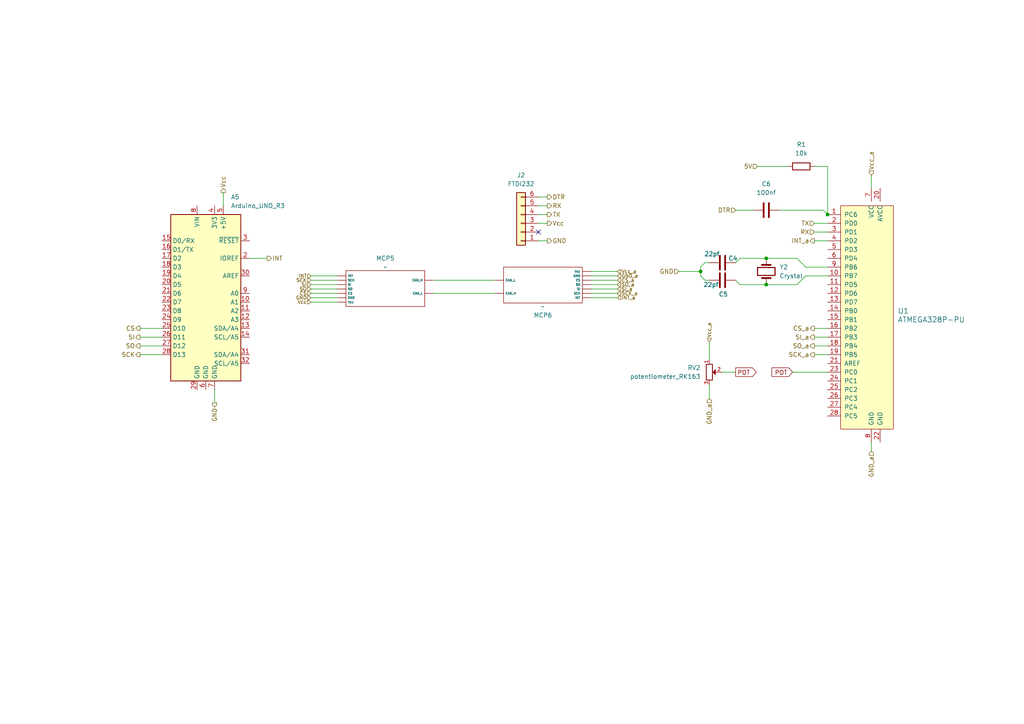
<source format=kicad_sch>
(kicad_sch (version 20231120) (generator "eeschema") (generator_version "8.0")
  (paper "A4")
  (title_block (title "All connections") (date "2024-07-21"))
  (lib_symbols
    (symbol "Connector_Generic:Conn_01x06" (pin_names (offset 1.016) hide)
      (property "Reference" "J" (at 0 7.62 0))
      (property "Value" "Conn_01x06" (at 0 -10.16 0))
      (symbol "Conn_01x06_1_1"
        (rectangle (start -1.27 -7.493) (end 0 -7.747) (stroke (width 0.1524)))
        (rectangle (start -1.27 -4.953) (end 0 -5.207) (stroke (width 0.1524)))
        (rectangle (start -1.27 -2.413) (end 0 -2.667) (stroke (width 0.1524)))
        (rectangle (start -1.27 0.127) (end 0 -0.127) (stroke (width 0.1524)))
        (rectangle (start -1.27 2.667) (end 0 2.413) (stroke (width 0.1524)))
        (rectangle (start -1.27 5.207) (end 0 4.953) (stroke (width 0.1524)))
        (rectangle (start -1.27 6.35) (end 1.27 -8.89) (stroke (width 0.254)) (fill (type background)))
        (pin passive line (at -5.08 5.08 0) (length 3.81) (name "Pin_1") (number "1"))
        (pin passive line (at -5.08 2.54 0) (length 3.81) (name "Pin_2") (number "2"))
        (pin passive line (at -5.08 0 0) (length 3.81) (name "Pin_3") (number "3"))
        (pin passive line (at -5.08 -2.54 0) (length 3.81) (name "Pin_4") (number "4"))
        (pin passive line (at -5.08 -5.08 0) (length 3.81) (name "Pin_5") (number "5"))
        (pin passive line (at -5.08 -7.62 0) (length 3.81) (name "Pin_6") (number "6"))
      )
    )
    (symbol "Device:C" (pin_numbers hide) (pin_names (offset 0.254))
      (property "Reference" "C" (at 0.635 2.54 0))
      (property "Value" "C" (at 0.635 -2.54 0))
      (symbol "C_0_1"
        (polyline (pts (xy -2.032 -0.762) (xy 2.032 -0.762)) (stroke (width 0.508)))
        (polyline (pts (xy -2.032 0.762) (xy 2.032 0.762)) (stroke (width 0.508)))
      )
      (symbol "C_1_1"
        (pin passive line (at 0 3.81 270) (length 2.794) (name "~") (number "1"))
        (pin passive line (at 0 -3.81 90) (length 2.794) (name "~") (number "2"))
      )
    )
    (symbol "Device:Crystal" (pin_numbers hide) (pin_names (offset 1.016) hide)
      (property "Reference" "Y" (at 0 3.81 0))
      (property "Value" "Crystal" (at 0 -3.81 0))
      (symbol "Crystal_0_1"
        (rectangle (start -1.143 2.54) (end 1.143 -2.54) (stroke (width 0.3048)))
        (polyline (pts (xy -2.54 0) (xy -1.905 0)))
        (polyline (pts (xy -1.905 -1.27) (xy -1.905 1.27)) (stroke (width 0.508)))
        (polyline (pts (xy 1.905 -1.27) (xy 1.905 1.27)) (stroke (width 0.508)))
        (polyline (pts (xy 2.54 0) (xy 1.905 0)))
      )
      (symbol "Crystal_1_1"
        (pin passive line (at -3.81 0 0) (length 1.27) (name "1") (number "1"))
        (pin passive line (at 3.81 0 180) (length 1.27) (name "2") (number "2"))
      )
    )
    (symbol "Device:R" (pin_numbers hide) (pin_names (offset 0))
      (property "Reference" "R" (at 2.032 0 90))
      (property "Value" "R" (at 0 0 90))
      (symbol "R_0_1"
        (rectangle (start -1.016 -2.54) (end 1.016 2.54) (stroke (width 0.254)))
      )
      (symbol "R_1_1"
        (pin passive line (at 0 3.81 270) (length 1.27) (name "~") (number "1"))
        (pin passive line (at 0 -3.81 90) (length 1.27) (name "~") (number "2"))
      )
    )
    (symbol "Embedded_library:MCP2515_modul_ET"
      (property "Reference" "MCP2515" (at 0 8.128 0))
      (symbol "MCP2515_modul_ET_0_1"
        (rectangle (start -10.16 5.334) (end 12.7 -5.08))
      )
      (symbol "MCP2515_modul_ET_1_1"
        (pin output line (at 15.24 2.54 180) (length 2.54) (name "CAN_H") (number ""))
        (pin output line (at 15.24 -1.27 180) (length 2.54) (name "CAN_L") (number ""))
        (pin input line (at -12.7 -1.27 0) (length 2.54) (name "CS") (number ""))
        (pin input line (at -12.7 -2.54 0) (length 2.54) (name "GND") (number ""))
        (pin input line (at -12.7 3.81 0) (length 2.54) (name "INT") (number ""))
        (pin input line (at -12.7 2.54 0) (length 2.54) (name "SCK") (number ""))
        (pin input line (at -12.7 1.27 0) (length 2.54) (name "SI") (number ""))
        (pin input line (at -12.7 0 0) (length 2.54) (name "SO") (number ""))
        (pin input line (at -12.7 -3.81 0) (length 2.54) (name "Vcc") (number ""))
      )
    )
    (symbol "MCU_Module:Arduino_UNO_R3"
      (property "Reference" "A" (at -10.16 23.495 0))
      (property "Value" "Arduino_UNO_R3" (at 5.08 -26.67 0))
      (symbol "Arduino_UNO_R3_0_1"
        (rectangle (start -10.16 22.86) (end 10.16 -25.4) (stroke (width 0.254)) (fill (type background)))
      )
      (symbol "Arduino_UNO_R3_1_1"
        (pin no_connect line (at -10.16 -20.32 0) (length 2.54) hide (name "NC") (number "1"))
        (pin bidirectional line (at 12.7 -2.54 180) (length 2.54) (name "A1") (number "10"))
        (pin bidirectional line (at 12.7 -5.08 180) (length 2.54) (name "A2") (number "11"))
        (pin bidirectional line (at 12.7 -7.62 180) (length 2.54) (name "A3") (number "12"))
        (pin bidirectional line (at 12.7 -10.16 180) (length 2.54) (name "SDA/A4") (number "13"))
        (pin bidirectional line (at 12.7 -12.7 180) (length 2.54) (name "SCL/A5") (number "14"))
        (pin bidirectional line (at -12.7 15.24 0) (length 2.54) (name "D0/RX") (number "15"))
        (pin bidirectional line (at -12.7 12.7 0) (length 2.54) (name "D1/TX") (number "16"))
        (pin bidirectional line (at -12.7 10.16 0) (length 2.54) (name "D2") (number "17"))
        (pin bidirectional line (at -12.7 7.62 0) (length 2.54) (name "D3") (number "18"))
        (pin bidirectional line (at -12.7 5.08 0) (length 2.54) (name "D4") (number "19"))
        (pin output line (at 12.7 10.16 180) (length 2.54) (name "IOREF") (number "2"))
        (pin bidirectional line (at -12.7 2.54 0) (length 2.54) (name "D5") (number "20"))
        (pin bidirectional line (at -12.7 0 0) (length 2.54) (name "D6") (number "21"))
        (pin bidirectional line (at -12.7 -2.54 0) (length 2.54) (name "D7") (number "22"))
        (pin bidirectional line (at -12.7 -5.08 0) (length 2.54) (name "D8") (number "23"))
        (pin bidirectional line (at -12.7 -7.62 0) (length 2.54) (name "D9") (number "24"))
        (pin bidirectional line (at -12.7 -10.16 0) (length 2.54) (name "D10") (number "25"))
        (pin bidirectional line (at -12.7 -12.7 0) (length 2.54) (name "D11") (number "26"))
        (pin bidirectional line (at -12.7 -15.24 0) (length 2.54) (name "D12") (number "27"))
        (pin bidirectional line (at -12.7 -17.78 0) (length 2.54) (name "D13") (number "28"))
        (pin power_in line (at -2.54 -27.94 90) (length 2.54) (name "GND") (number "29"))
        (pin input line (at 12.7 15.24 180) (length 2.54) (name "~{RESET}") (number "3"))
        (pin input line (at 12.7 5.08 180) (length 2.54) (name "AREF") (number "30"))
        (pin bidirectional line (at 12.7 -17.78 180) (length 2.54) (name "SDA/A4") (number "31"))
        (pin bidirectional line (at 12.7 -20.32 180) (length 2.54) (name "SCL/A5") (number "32"))
        (pin power_out line (at 2.54 25.4 270) (length 2.54) (name "3V3") (number "4"))
        (pin power_out line (at 5.08 25.4 270) (length 2.54) (name "+5V") (number "5"))
        (pin power_in line (at 0 -27.94 90) (length 2.54) (name "GND") (number "6"))
        (pin power_in line (at 2.54 -27.94 90) (length 2.54) (name "GND") (number "7"))
        (pin power_in line (at -2.54 25.4 270) (length 2.54) (name "VIN") (number "8"))
        (pin bidirectional line (at 12.7 0 180) (length 2.54) (name "A0") (number "9"))
      )
    )
    (symbol "PCM_SL_Devices:potentiometer_RK163"
      (property "Reference" "RV" (at 0 -2.286 0))
      (property "Value" "potentiometer_RK163" (at 0 -3.81 0))
      (symbol "potentiometer_RK163_0_1"
        (rectangle (start -2.286 0.889) (end 2.286 -0.889) (stroke (width 0.24)))
        (polyline (pts (xy 0 1.016) (xy 0.762 1.778) (xy -0.762 1.778) (xy 0 1.016)) (fill (type outline)))
      )
      (symbol "potentiometer_RK163_1_1"
        (pin passive line (at -3.81 0 0) (length 1.5) (name "~") (number "1"))
        (pin passive line (at 0 3.81 270) (length 2) (name "~") (number "2"))
        (pin passive line (at 3.81 0 180) (length 1.5) (name "~") (number "3"))
      )
    )
    (symbol "dk_Embedded-Microcontrollers:ATMEGA328P-PU" (pin_names (offset 1.016))
      (property "Reference" "U" (at -8.89 33.02 0))
      (property "Value" "ATMEGA328P-PU" (at 2.54 -1.27 90))
      (symbol "ATMEGA328P-PU_0_1"
        (rectangle (start -8.89 30.48) (end 6.35 -34.29) (fill (type background)))
      )
      (symbol "ATMEGA328P-PU_1_1"
        (pin bidirectional line (at -12.7 27.94 0) (length 3.81) (name "PC6") (number "1"))
        (pin bidirectional line (at -12.7 10.16 0) (length 3.81) (name "PB7") (number "10"))
        (pin bidirectional line (at -12.7 7.62 0) (length 3.81) (name "PD5") (number "11"))
        (pin bidirectional line (at -12.7 5.08 0) (length 3.81) (name "PD6") (number "12"))
        (pin bidirectional line (at -12.7 2.54 0) (length 3.81) (name "PD7") (number "13"))
        (pin bidirectional line (at -12.7 0 0) (length 3.81) (name "PB0") (number "14"))
        (pin bidirectional line (at -12.7 -2.54 0) (length 3.81) (name "PB1") (number "15"))
        (pin bidirectional line (at -12.7 -5.08 0) (length 3.81) (name "PB2") (number "16"))
        (pin bidirectional line (at -12.7 -7.62 0) (length 3.81) (name "PB3") (number "17"))
        (pin bidirectional line (at -12.7 -10.16 0) (length 3.81) (name "PB4") (number "18"))
        (pin bidirectional line (at -12.7 -12.7 0) (length 3.81) (name "PB5") (number "19"))
        (pin bidirectional line (at -12.7 25.4 0) (length 3.81) (name "PD0") (number "2"))
        (pin power_in line (at 2.54 35.56 270) (length 3.81) (name "AVCC") (number "20"))
        (pin input line (at -12.7 -15.24 0) (length 3.81) (name "AREF") (number "21"))
        (pin power_in line (at 2.54 -38.1 90) (length 3.81) (name "GND") (number "22"))
        (pin bidirectional line (at -12.7 -17.78 0) (length 3.81) (name "PC0") (number "23"))
        (pin bidirectional line (at -12.7 -20.32 0) (length 3.81) (name "PC1") (number "24"))
        (pin bidirectional line (at -12.7 -22.86 0) (length 3.81) (name "PC2") (number "25"))
        (pin bidirectional line (at -12.7 -25.4 0) (length 3.81) (name "PC3") (number "26"))
        (pin bidirectional line (at -12.7 -27.94 0) (length 3.81) (name "PC4") (number "27"))
        (pin bidirectional line (at -12.7 -30.48 0) (length 3.81) (name "PC5") (number "28"))
        (pin bidirectional line (at -12.7 22.86 0) (length 3.81) (name "PD1") (number "3"))
        (pin bidirectional line (at -12.7 20.32 0) (length 3.81) (name "PD2") (number "4"))
        (pin bidirectional line (at -12.7 17.78 0) (length 3.81) (name "PD3") (number "5"))
        (pin bidirectional line (at -12.7 15.24 0) (length 3.81) (name "PD4") (number "6"))
        (pin power_in line (at 0 35.56 270) (length 3.81) (name "VCC") (number "7"))
        (pin power_in line (at 0 -38.1 90) (length 3.81) (name "GND") (number "8"))
        (pin bidirectional line (at -12.7 12.7 0) (length 3.81) (name "PB6") (number "9"))
      )
    )
  )
  (junction (at 203.2 78.74))
  (junction (at 222.25 74.93))
  (junction (at 240.03 62.23))
  (junction (at 222.25 82.55))
  (no_connect (at 156.21 67.31))
  (wire (pts (xy 222.25 74.93) (xy 231.14 74.93)))
  (wire (pts (xy 233.68 77.47) (xy 240.03 77.47)))
  (wire (pts (xy 156.21 57.15) (xy 158.75 57.15)))
  (wire (pts (xy 90.17 86.36) (xy 97.79 86.36)))
  (wire (pts (xy 72.39 74.93) (xy 77.47 74.93)))
  (wire (pts (xy 236.22 100.33) (xy 240.03 100.33)))
  (wire (pts (xy 238.76 60.96) (xy 240.03 62.23)))
  (wire (pts (xy 222.25 74.93) (xy 214.63 74.93)))
  (wire (pts (xy 222.25 82.55) (xy 214.63 82.55)))
  (wire (pts (xy 226.06 60.96) (xy 238.76 60.96)))
  (wire (pts (xy 90.17 85.09) (xy 97.79 85.09)))
  (wire (pts (xy 219.71 48.26) (xy 228.6 48.26)))
  (wire (pts (xy 236.22 97.79) (xy 240.03 97.79)))
  (wire (pts (xy 204.47 81.28) (xy 205.74 81.28)))
  (wire (pts (xy 204.47 76.2) (xy 205.74 76.2)))
  (wire (pts (xy 233.68 77.47) (xy 231.14 74.93)))
  (wire (pts (xy 179.07 82.55) (xy 171.45 82.55)))
  (wire (pts (xy 222.25 82.55) (xy 231.14 82.55)))
  (wire (pts (xy 90.17 81.28) (xy 97.79 81.28)))
  (wire (pts (xy 90.17 82.55) (xy 97.79 82.55)))
  (wire (pts (xy 236.22 102.87) (xy 240.03 102.87)))
  (wire (pts (xy 236.22 48.26) (xy 240.03 48.26)))
  (wire (pts (xy 205.74 99.06) (xy 205.74 104.14)))
  (wire (pts (xy 213.36 60.96) (xy 218.44 60.96)))
  (wire (pts (xy 236.22 95.25) (xy 240.03 95.25)))
  (wire (pts (xy 156.21 64.77) (xy 158.75 64.77)))
  (wire (pts (xy 209.55 107.95) (xy 213.36 107.95)))
  (wire (pts (xy 125.73 85.09) (xy 143.51 85.09)))
  (wire (pts (xy 252.73 50.8) (xy 252.73 54.61)))
  (wire (pts (xy 40.64 102.87) (xy 46.99 102.87)))
  (wire (pts (xy 179.07 81.28) (xy 171.45 81.28)))
  (wire (pts (xy 156.21 62.23) (xy 158.75 62.23)))
  (wire (pts (xy 240.03 48.26) (xy 240.03 62.23)))
  (wire (pts (xy 203.2 80.01) (xy 204.47 81.28)))
  (wire (pts (xy 205.74 111.76) (xy 205.74 115.57)))
  (wire (pts (xy 179.07 86.36) (xy 171.45 86.36)))
  (wire (pts (xy 62.23 113.03) (xy 62.23 116.84)))
  (wire (pts (xy 40.64 95.25) (xy 46.99 95.25)))
  (wire (pts (xy 236.22 67.31) (xy 240.03 67.31)))
  (wire (pts (xy 179.07 85.09) (xy 171.45 85.09)))
  (wire (pts (xy 156.21 59.69) (xy 158.75 59.69)))
  (wire (pts (xy 233.68 80.01) (xy 231.14 82.55)))
  (wire (pts (xy 156.21 69.85) (xy 158.75 69.85)))
  (wire (pts (xy 196.85 78.74) (xy 203.2 78.74)))
  (wire (pts (xy 203.2 77.47) (xy 203.2 78.74)))
  (wire (pts (xy 179.07 80.01) (xy 171.45 80.01)))
  (wire (pts (xy 90.17 83.82) (xy 97.79 83.82)))
  (wire (pts (xy 40.64 97.79) (xy 46.99 97.79)))
  (wire (pts (xy 203.2 78.74) (xy 203.2 80.01)))
  (wire (pts (xy 214.63 82.55) (xy 213.36 81.28)))
  (wire (pts (xy 40.64 100.33) (xy 46.99 100.33)))
  (wire (pts (xy 252.73 130.81) (xy 252.73 128.27)))
  (wire (pts (xy 236.22 69.85) (xy 240.03 69.85)))
  (wire (pts (xy 233.68 80.01) (xy 240.03 80.01)))
  (wire (pts (xy 229.87 107.95) (xy 240.03 107.95)))
  (wire (pts (xy 125.73 81.28) (xy 143.51 81.28)))
  (wire (pts (xy 179.07 78.74) (xy 171.45 78.74)))
  (wire (pts (xy 204.47 76.2) (xy 203.2 77.47)))
  (wire (pts (xy 214.63 74.93) (xy 213.36 76.2)))
  (wire (pts (xy 64.77 55.88) (xy 64.77 59.69)))
  (wire (pts (xy 90.17 80.01) (xy 97.79 80.01)))
  (wire (pts (xy 236.22 64.77) (xy 240.03 64.77)))
  (wire (pts (xy 179.07 83.82) (xy 171.45 83.82)))
  (wire (pts (xy 90.17 87.63) (xy 97.79 87.63)))
  (global_label "POT" (shape output) (at 213.36 107.95 0) (property "Intersheetrefs" "${INTERSHEET_REFS}" (effects (hide yes))))
  (global_label "POT" (shape input) (at 229.87 107.95 180) (property "Intersheetrefs" "${INTERSHEET_REFS}" (effects (hide yes))))
  (hierarchical_label "DTR" (shape input) (at 213.36 60.96 180))
  (hierarchical_label "SI" (shape input) (at 90.17 82.55 180) (effects (font (size 1 1))))
  (hierarchical_label "TX" (shape input) (at 236.22 64.77 180))
  (hierarchical_label "SO" (shape output) (at 40.64 100.33 180))
  (hierarchical_label "RX" (shape input) (at 236.22 67.31 180))
  (hierarchical_label "RX" (shape output) (at 158.75 59.69 0))
  (hierarchical_label "Vcc" (shape output) (at 158.75 64.77 0))
  (hierarchical_label "SO_a" (shape input) (at 179.07 82.55 0) (effects (font (size 1 1))))
  (hierarchical_label "INT_a" (shape output) (at 236.22 69.85 180))
  (hierarchical_label "Vcc_a" (shape input) (at 205.74 99.06 90) (effects (font (size 1 1))))
  (hierarchical_label "SCK_a" (shape output) (at 236.22 102.87 180))
  (hierarchical_label "CS" (shape output) (at 40.64 95.25 180))
  (hierarchical_label "SCK" (shape output) (at 40.64 102.87 180))
  (hierarchical_label "SCK" (shape input) (at 90.17 81.28 180) (effects (font (size 1 1))))
  (hierarchical_label "INT" (shape output) (at 77.47 74.93 0))
  (hierarchical_label "SI_a" (shape output) (at 236.22 97.79 180))
  (hierarchical_label "5V" (shape input) (at 219.71 48.26 180))
  (hierarchical_label "SI" (shape output) (at 40.64 97.79 180))
  (hierarchical_label "Vcc" (shape input) (at 90.17 87.63 180) (effects (font (size 1 1))))
  (hierarchical_label "GND" (shape output) (at 158.75 69.85 0))
  (hierarchical_label "SO" (shape input) (at 90.17 83.82 180) (effects (font (size 1 1))))
  (hierarchical_label "GND" (shape output) (at 62.23 116.84 270))
  (hierarchical_label "SCK_a" (shape input) (at 179.07 85.09 0) (effects (font (size 1 1))))
  (hierarchical_label "CS_a" (shape output) (at 236.22 95.25 180))
  (hierarchical_label "Vcc" (shape output) (at 64.77 55.88 90))
  (hierarchical_label "DTR" (shape output) (at 158.75 57.15 0))
  (hierarchical_label "CS_a" (shape input) (at 179.07 81.28 0) (effects (font (size 1 1))))
  (hierarchical_label "INT" (shape input) (at 90.17 80.01 180) (effects (font (size 1 1))))
  (hierarchical_label "SO_a" (shape output) (at 236.22 100.33 180))
  (hierarchical_label "INT_a" (shape input) (at 179.07 86.36 0) (effects (font (size 1 1))))
  (hierarchical_label "GND_a" (shape input) (at 179.07 80.01 0) (effects (font (size 1 1))))
  (hierarchical_label "GND_a" (shape input) (at 205.74 115.57 270))
  (hierarchical_label "GND" (shape input) (at 90.17 86.36 180) (effects (font (size 1 1))))
  (hierarchical_label "CS" (shape input) (at 90.17 85.09 180) (effects (font (size 1 1))))
  (hierarchical_label "GND" (shape input) (at 196.85 78.74 180))
  (hierarchical_label "SI_a" (shape input) (at 179.07 83.82 0) (effects (font (size 1 1))))
  (hierarchical_label "TX" (shape output) (at 158.75 62.23 0))
  (hierarchical_label "Vcc_a" (shape input) (at 179.07 78.74 0) (effects (font (size 1 1))))
  (hierarchical_label "GND_a" (shape input) (at 252.73 130.81 270))
  (hierarchical_label "Vcc_a" (shape input) (at 252.73 50.8 90))
  (symbol (lib_id "Device:C") (at 222.25 60.96 270) (unit 1)
    (property "Reference" "C6" (at 222.25 53.34 90))
    (property "Value" "100nf" (at 222.25 55.88 90))
    (property "Footprint" "Capacitor_THT:C_Disc_D3.0mm_W1.6mm_P2.50mm" (effects (hide yes)))
    (property "Description" "Unpolarized capacitor" (effects (hide yes)))
  )
  (symbol (lib_id "Device:C") (at 209.55 81.28 90) (unit 1)
    (property "Reference" "C5" (at 209.804 85.344 90))
    (property "Value" "22pf" (at 206.502 73.66 90))
    (property "Footprint" "Capacitor_THT:C_Disc_D3.0mm_W1.6mm_P2.50mm" (effects (hide yes)))
    (property "Description" "Unpolarized capacitor" (effects (hide yes)))
  )
  (symbol (lib_id "Device:R") (at 232.41 48.26 90) (unit 1)
    (property "Reference" "R1" (at 232.41 41.91 90))
    (property "Value" "10k" (at 232.41 44.45 90))
    (property "Description" "Resistor" (effects (hide yes)))
  )
  (symbol (lib_id "Device:C") (at 209.55 76.2 90) (unit 1)
    (property "Reference" "C4" (at 212.598 74.93 90))
    (property "Value" "22pf" (at 206.248 82.55 90))
    (property "Footprint" "Capacitor_THT:C_Disc_D3.0mm_W1.6mm_P2.50mm" (effects (hide yes)))
    (property "Description" "Unpolarized capacitor" (effects (hide yes)))
  )
  (symbol (lib_id "Embedded_library:MCP2515_modul_ET") (at 158.75 82.55 180) (unit 1)
    (property "Reference" "MCP6" (at 157.48 91.44 0))
    (property "Value" "~" (at 157.48 88.9 0))
  )
  (symbol (lib_id "dk_Embedded-Microcontrollers:ATMEGA328P-PU") (at 252.73 90.17 0) (unit 1)
    (property "Reference" "U1" (at 260.35 90.1699 0) (effects (font (size 1.524 1.524)) (justify left)))
    (property "Value" "ATMEGA328P-PU" (at 260.35 92.7099 0) (effects (font (size 1.524 1.524)) (justify left)))
    (property "Footprint" "digikey-footprints:DIP-28_W7.62mm" (effects (hide yes)))
    (property "Datasheet" "http://www.microchip.com/mymicrochip/filehandler.aspx?ddocname=en608326" (effects (hide yes)))
    (property "Description" "IC MCU 8BIT 32KB FLASH 28DIP" (effects (hide yes)))
    (property "MPN" "ATMEGA328P-PU" (effects (hide yes)))
    (property "Category" "Integrated Circuits (ICs)" (effects (hide yes)))
    (property "Family" "Embedded - Microcontrollers" (effects (hide yes)))
    (property "DK_Datasheet_Link" "http://www.microchip.com/mymicrochip/filehandler.aspx?ddocname=en608326" (effects (hide yes)))
    (property "DK_Detail_Page" "/product-detail/en/microchip-technology/ATMEGA328P-PU/ATMEGA328P-PU-ND/1914589" (effects (hide yes)))
    (property "Manufacturer" "Microchip Technology" (effects (hide yes)))
    (property "Status" "Active" (effects (hide yes)))
  )
  (symbol (lib_id "Device:Crystal") (at 222.25 78.74 90) (unit 1)
    (property "Reference" "Y2" (at 226.06 77.4699 90) (effects (justify right)))
    (property "Value" "Crystal" (at 226.06 80.0099 90) (effects (justify right)))
    (property "Description" "Two pin crystal" (effects (hide yes)))
  )
  (symbol (lib_id "MCU_Module:Arduino_UNO_R3") (at 59.69 85.09 0) (unit 1)
    (property "Reference" "A5" (at 66.9641 57.15 0) (effects (justify left)))
    (property "Value" "Arduino_UNO_R3" (at 66.9641 59.69 0) (effects (justify left)))
    (property "Footprint" "Module:Arduino_UNO_R3" (effects (hide yes)))
    (property "Datasheet" "https://www.arduino.cc/en/Main/arduinoBoardUno" (effects (hide yes)))
    (property "Description" "Arduino UNO Microcontroller Module, release 3" (effects (hide yes)))
  )
  (symbol (lib_id "PCM_SL_Devices:potentiometer_RK163") (at 205.74 107.95 270) (unit 1)
    (property "Reference" "RV2" (at 203.2 106.6799 90) (effects (justify right)))
    (property "Value" "potentiometer_RK163" (at 203.2 109.2199 90) (effects (justify right)))
    (property "Footprint" "Potentiometer_THT:Potentiometer_Alps_RK163_Single_Horizontal" (effects (hide yes)))
    (property "Description" "potentiometer_RK163" (effects (hide yes)))
  )
  (symbol (lib_id "Connector_Generic:Conn_01x06") (at 151.13 64.77 180) (unit 1)
    (property "Reference" "J2" (at 151.13 50.8 0))
    (property "Value" "FTDI232" (at 151.13 53.34 0))
    (property "Footprint" "Connector_PinHeader_1.00mm:PinHeader_1x06_P1.00mm_Vertical" (effects (hide yes)))
    (property "Description" "Generic connector, single row, 01x06, script generated (kicad-library-utils/schlib/autogen/connector/)" (effects (hide yes)))
  )
  (symbol (lib_id "Embedded_library:MCP2515_modul_ET") (at 110.49 83.82 0) (unit 1)
    (property "Reference" "MCP5" (at 111.76 74.93 0))
    (property "Value" "~" (at 111.76 77.47 0))
  )
)
</source>
